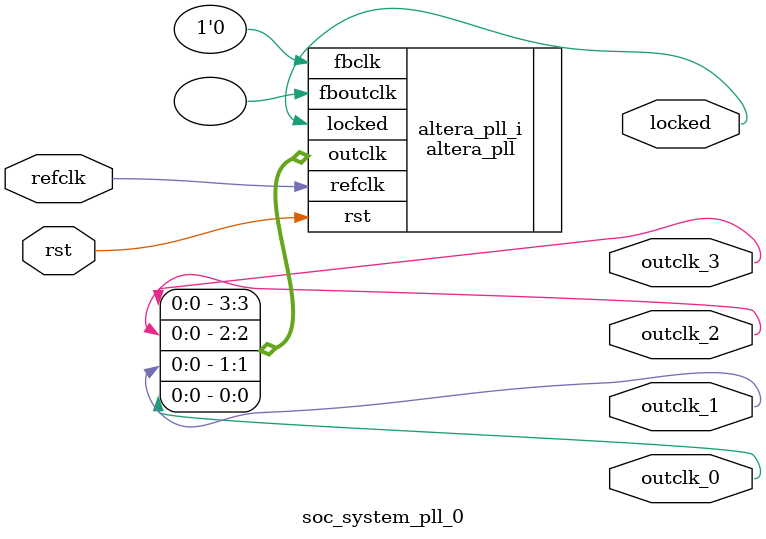
<source format=v>
`timescale 1ns/10ps
module  soc_system_pll_0(

	// interface 'refclk'
	input wire refclk,

	// interface 'reset'
	input wire rst,

	// interface 'outclk0'
	output wire outclk_0,

	// interface 'outclk1'
	output wire outclk_1,

	// interface 'outclk2'
	output wire outclk_2,

	// interface 'outclk3'
	output wire outclk_3,

	// interface 'locked'
	output wire locked
);

	altera_pll #(
		.fractional_vco_multiplier("false"),
		.reference_clock_frequency("50.0 MHz"),
		.operation_mode("normal"),
		.number_of_clocks(4),
		.output_clock_frequency0("100.000000 MHz"),
		.phase_shift0("0 ps"),
		.duty_cycle0(50),
		.output_clock_frequency1("100.000000 MHz"),
		.phase_shift1("-4000 ps"),
		.duty_cycle1(50),
		.output_clock_frequency2("100.000000 MHz"),
		.phase_shift2("0 ps"),
		.duty_cycle2(50),
		.output_clock_frequency3("20.000000 MHz"),
		.phase_shift3("0 ps"),
		.duty_cycle3(50),
		.output_clock_frequency4("0 MHz"),
		.phase_shift4("0 ps"),
		.duty_cycle4(50),
		.output_clock_frequency5("0 MHz"),
		.phase_shift5("0 ps"),
		.duty_cycle5(50),
		.output_clock_frequency6("0 MHz"),
		.phase_shift6("0 ps"),
		.duty_cycle6(50),
		.output_clock_frequency7("0 MHz"),
		.phase_shift7("0 ps"),
		.duty_cycle7(50),
		.output_clock_frequency8("0 MHz"),
		.phase_shift8("0 ps"),
		.duty_cycle8(50),
		.output_clock_frequency9("0 MHz"),
		.phase_shift9("0 ps"),
		.duty_cycle9(50),
		.output_clock_frequency10("0 MHz"),
		.phase_shift10("0 ps"),
		.duty_cycle10(50),
		.output_clock_frequency11("0 MHz"),
		.phase_shift11("0 ps"),
		.duty_cycle11(50),
		.output_clock_frequency12("0 MHz"),
		.phase_shift12("0 ps"),
		.duty_cycle12(50),
		.output_clock_frequency13("0 MHz"),
		.phase_shift13("0 ps"),
		.duty_cycle13(50),
		.output_clock_frequency14("0 MHz"),
		.phase_shift14("0 ps"),
		.duty_cycle14(50),
		.output_clock_frequency15("0 MHz"),
		.phase_shift15("0 ps"),
		.duty_cycle15(50),
		.output_clock_frequency16("0 MHz"),
		.phase_shift16("0 ps"),
		.duty_cycle16(50),
		.output_clock_frequency17("0 MHz"),
		.phase_shift17("0 ps"),
		.duty_cycle17(50),
		.pll_type("General"),
		.pll_subtype("General")
	) altera_pll_i (
		.rst	(rst),
		.outclk	({outclk_3, outclk_2, outclk_1, outclk_0}),
		.locked	(locked),
		.fboutclk	( ),
		.fbclk	(1'b0),
		.refclk	(refclk)
	);
endmodule


</source>
